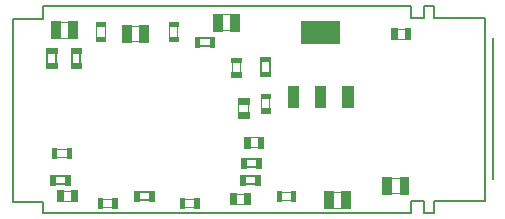
<source format=gbr>
%FSLAX25Y25*%
%MOIN*%
G04 EasyPC Gerber Version 18.0.8 Build 3632 *
%ADD15C,0.00100*%
%ADD11C,0.00400*%
%ADD10C,0.00500*%
%ADD94C,0.00600*%
X0Y0D02*
D02*
D10*
X167322Y14305D02*
X164173D01*
Y18259*
X159803*
Y14305*
X37126*
Y17866*
X27003*
Y79126*
X37047*
Y83399*
X159763*
Y79401*
X164094*
Y83399*
X167322*
Y79165*
X184423*
Y18417*
X167322*
Y14305*
X186909Y25620D02*
Y72549D01*
D02*
D11*
X40427Y35761D02*
X46135D01*
X42594Y77984D02*
X45594D01*
X42693Y72787D02*
X45594D01*
X46135Y33006D02*
X40427D01*
X46480Y18370D02*
X43677D01*
X46480Y21720D02*
X43677D01*
X54895Y71883D02*
Y77592D01*
X55584Y19029D02*
X61293D01*
X57651Y77592D02*
Y71883D01*
X61293Y16273D02*
X55584D01*
X69289Y76746D02*
X66387D01*
X69387Y71549D02*
X66387D01*
X79108Y71883D02*
Y77592D01*
X81864D02*
Y71883D01*
X82946Y19029D02*
X88655D01*
Y16273D02*
X82946D01*
X99433Y80486D02*
X96531D01*
X99531Y75289D02*
X96531D01*
X99974Y60072D02*
Y65781D01*
X101328Y17380D02*
X104131D01*
X101328Y20730D02*
X104131D01*
X102210Y47943D02*
Y50746D01*
X102730Y65781D02*
Y60072D01*
X105561Y47943D02*
Y50746D01*
X108659Y36226D02*
X105856D01*
X108659Y39576D02*
X105856D01*
X109817Y48065D02*
Y53773D01*
X112572D02*
Y48065D01*
X115230Y21391D02*
X120939D01*
Y18635D02*
X115230D01*
X133539Y21291D02*
X136539D01*
X133637Y16094D02*
X136539D01*
X153027Y26015D02*
X156027D01*
X153126Y20819D02*
X156027D01*
X154897Y72358D02*
X157700D01*
X154897Y75708D02*
X157700D01*
D02*
D15*
X39391Y23628D02*
X40991D01*
Y27028*
X39391*
Y23628*
G36*
X40991*
Y27028*
X39391*
Y23628*
G37*
X39794Y72535D02*
X42747D01*
Y78244*
X39794*
Y72535*
G36*
X42747*
Y78244*
X39794*
Y72535*
G37*
X40131Y32809D02*
X41509D01*
Y35958*
X40131*
Y32809*
G36*
X41509*
Y35958*
X40131*
Y32809*
G37*
X41635Y62776D02*
Y64376D01*
X38235*
Y62776*
X41635*
G36*
Y64376*
X38235*
Y62776*
X41635*
G37*
Y67776D02*
Y69376D01*
X38235*
Y67776*
X41635*
G36*
Y69376*
X38235*
Y67776*
X41635*
G37*
X43778Y21920D02*
X41809D01*
Y18180*
X43778*
Y21920*
G36*
X41809*
Y18180*
X43778*
Y21920*
G37*
X44391Y23628D02*
X45991D01*
Y27028*
X44391*
Y23628*
G36*
X45991*
Y27028*
X44391*
Y23628*
G37*
X45053Y32809D02*
X46431D01*
Y35958*
X45053*
Y32809*
G36*
X46431*
Y35958*
X45053*
Y32809*
G37*
X45494Y72535D02*
X48447D01*
Y78244*
X45494*
Y72535*
G36*
X48447*
Y78244*
X45494*
Y72535*
G37*
X48378Y21920D02*
X46409D01*
Y18180*
X48378*
Y21920*
G36*
X46409*
Y18180*
X48378*
Y21920*
G37*
X49706Y62776D02*
Y64376D01*
X46306*
Y62776*
X49706*
G36*
Y64376*
X46306*
Y62776*
X49706*
G37*
Y67776D02*
Y69376D01*
X46306*
Y67776*
X49706*
G36*
Y69376*
X46306*
Y67776*
X49706*
G37*
X55289Y16076D02*
X56667D01*
Y19226*
X55289*
Y16076*
G36*
X56667*
Y19226*
X55289*
Y16076*
G37*
X57848Y71588D02*
Y72966D01*
X54698*
Y71588*
X57848*
G36*
Y72966*
X54698*
Y71588*
X57848*
G37*
Y76509D02*
Y77887D01*
X54698*
Y76509*
X57848*
G36*
Y77887*
X54698*
Y76509*
X57848*
G37*
X60210Y16076D02*
X61588D01*
Y19226*
X60210*
Y16076*
G36*
X61588*
Y19226*
X60210*
Y16076*
G37*
X66487Y76997D02*
X63534D01*
Y71288*
X66487*
Y76997*
G36*
X63534*
Y71288*
X66487*
Y76997*
G37*
X68943Y21713D02*
X67343D01*
Y18313*
X68943*
Y21713*
G36*
X67343*
Y18313*
X68943*
Y21713*
G37*
X72187Y76997D02*
X69234D01*
Y71288*
X72187*
Y76997*
G36*
X69234*
Y71288*
X72187*
Y76997*
G37*
X73943Y21713D02*
X72343D01*
Y18313*
X73943*
Y21713*
G36*
X72343*
Y18313*
X73943*
Y21713*
G37*
X78911Y72966D02*
Y71588D01*
X82061*
Y72966*
X78911*
G36*
Y71588*
X82061*
Y72966*
X78911*
G37*
Y77887D02*
Y76509D01*
X82061*
Y77887*
X78911*
G36*
Y76509*
X82061*
Y77887*
X78911*
G37*
X82651Y16076D02*
X84029D01*
Y19226*
X82651*
Y16076*
G36*
X84029*
Y19226*
X82651*
Y16076*
G37*
X87572D02*
X88950D01*
Y19226*
X87572*
Y16076*
G36*
X88950*
Y19226*
X87572*
Y16076*
G37*
X89219Y73091D02*
X87619D01*
Y69691*
X89219*
Y73091*
G36*
X87619*
Y69691*
X89219*
Y73091*
G37*
X94219D02*
X92619D01*
Y69691*
X94219*
Y73091*
G36*
X92619*
Y69691*
X94219*
Y73091*
G37*
X96631Y80737D02*
X93678D01*
Y75028*
X96631*
Y80737*
G36*
X93678*
Y75028*
X96631*
Y80737*
G37*
X99430Y17179D02*
X101399D01*
Y20919*
X99430*
Y17179*
G36*
X101399*
Y20919*
X99430*
Y17179*
G37*
X99777Y61155D02*
Y59777D01*
X102927*
Y61155*
X99777*
G36*
Y59777*
X102927*
Y61155*
X99777*
G37*
Y66076D02*
Y64698D01*
X102927*
Y66076*
X99777*
G36*
Y64698*
X102927*
Y66076*
X99777*
G37*
X102331Y80737D02*
X99378D01*
Y75028*
X102331*
Y80737*
G36*
X99378*
Y75028*
X102331*
Y80737*
G37*
X102776Y23628D02*
X104376D01*
Y27028*
X102776*
Y23628*
G36*
X104376*
Y27028*
X102776*
Y23628*
G37*
X103170Y29337D02*
X104770D01*
Y32737*
X103170*
Y29337*
G36*
X104770*
Y32737*
X103170*
Y29337*
G37*
X104030Y17179D02*
X105999D01*
Y20919*
X104030*
Y17179*
G36*
X105999*
Y20919*
X104030*
Y17179*
G37*
X105761Y46044D02*
Y48013D01*
X102021*
Y46044*
X105761*
G36*
Y48013*
X102021*
Y46044*
X105761*
G37*
Y50644D02*
Y52613D01*
X102021*
Y50644*
X105761*
G36*
Y52613*
X102021*
Y50644*
X105761*
G37*
X105957Y39777D02*
X103989D01*
Y36037*
X105957*
Y39777*
G36*
X103989*
Y36037*
X105957*
Y39777*
G37*
X107776Y23628D02*
X109376D01*
Y27028*
X107776*
Y23628*
G36*
X109376*
Y27028*
X107776*
Y23628*
G37*
X108170Y29337D02*
X109770D01*
Y32737*
X108170*
Y29337*
G36*
X109770*
Y32737*
X108170*
Y29337*
G37*
X110557Y39777D02*
X108589D01*
Y36037*
X110557*
Y39777*
G36*
X108589*
Y36037*
X110557*
Y39777*
G37*
X112769Y47769D02*
Y49147D01*
X109620*
Y47769*
X112769*
G36*
Y49147*
X109620*
Y47769*
X112769*
G37*
Y52691D02*
Y54069D01*
X109620*
Y52691*
X112769*
G36*
Y54069*
X109620*
Y52691*
X112769*
G37*
X112894Y59824D02*
Y61424D01*
X109494*
Y59824*
X112894*
G36*
Y61424*
X109494*
Y59824*
X112894*
G37*
Y64824D02*
Y66424D01*
X109494*
Y64824*
X112894*
G36*
Y66424*
X109494*
Y64824*
X112894*
G37*
X114935Y18439D02*
X116313D01*
Y21588*
X114935*
Y18439*
G36*
X116313*
Y21588*
X114935*
Y18439*
G37*
X118702Y49511D02*
X122102D01*
Y56811*
X118702*
Y49511*
G36*
X122102*
Y56811*
X118702*
Y49511*
G37*
X122102*
Y56811*
X118702*
Y49511*
G36*
X122102*
Y56811*
X118702*
Y49511*
G37*
X119856Y18439D02*
X121234D01*
Y21588*
X119856*
Y18439*
G36*
X121234*
Y21588*
X119856*
Y18439*
G37*
X123202Y71011D02*
X135802D01*
Y78311*
X123202*
Y71011*
G36*
X135802*
Y78311*
X123202*
Y71011*
G37*
X135802*
Y78311*
X123202*
Y71011*
G36*
X135802*
Y78311*
X123202*
Y71011*
G37*
X127802Y49511D02*
X131202D01*
Y56811*
X127802*
Y49511*
G36*
X131202*
Y56811*
X127802*
Y49511*
G37*
X131202*
Y56811*
X127802*
Y49511*
G36*
X131202*
Y56811*
X127802*
Y49511*
G37*
X130739Y15843D02*
X133692D01*
Y21552*
X130739*
Y15843*
G36*
X133692*
Y21552*
X130739*
Y15843*
G37*
X136439D02*
X139392D01*
Y21552*
X136439*
Y15843*
G36*
X139392*
Y21552*
X136439*
Y15843*
G37*
X136902Y49511D02*
X140302D01*
Y56811*
X136902*
Y49511*
G36*
X140302*
Y56811*
X136902*
Y49511*
G37*
X140302*
Y56811*
X136902*
Y49511*
G36*
X140302*
Y56811*
X136902*
Y49511*
G37*
X150227Y20567D02*
X153180D01*
Y26276*
X150227*
Y20567*
G36*
X153180*
Y26276*
X150227*
Y20567*
G37*
X152999Y72157D02*
X154968D01*
Y75898*
X152999*
Y72157*
G36*
X154968*
Y75898*
X152999*
Y72157*
G37*
X155927Y20567D02*
X158880D01*
Y26276*
X155927*
Y20567*
G36*
X158880*
Y26276*
X155927*
Y20567*
G37*
X157599Y72157D02*
X159568D01*
Y75898*
X157599*
Y72157*
G36*
X159568*
Y75898*
X157599*
Y72157*
G37*
D02*
D94*
X38533Y67777D02*
Y64376D01*
X40990Y23927D02*
X44391D01*
X41336Y64376D02*
Y67777D01*
X44391Y26730D02*
X40990D01*
X46604Y67777D02*
Y64376D01*
X49407D02*
Y67777D01*
X68943Y18612D02*
X72344D01*
Y21415D02*
X68943D01*
X89218Y69990D02*
X92620D01*
Y72793D02*
X89218D01*
X104376Y23927D02*
X107777D01*
X104769Y29635D02*
X108171D01*
X107777Y26730D02*
X104376D01*
X108171Y32439D02*
X104769D01*
X109793Y64824D02*
Y61423D01*
X112596D02*
Y64824D01*
X0Y0D02*
M02*

</source>
